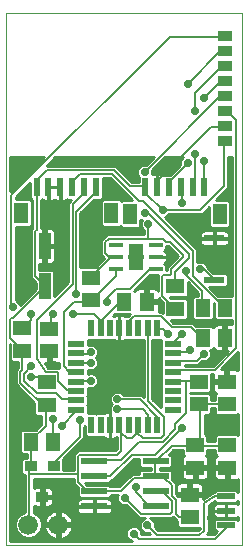
<source format=gtl>
G75*
%MOIN*%
%OFA0B0*%
%FSLAX25Y25*%
%IPPOS*%
%LPD*%
%AMOC8*
5,1,8,0,0,1.08239X$1,22.5*
%
%ADD10C,0.00000*%
%ADD11R,0.02362X0.06102*%
%ADD12R,0.04724X0.07087*%
%ADD13R,0.05118X0.05906*%
%ADD14R,0.05906X0.05118*%
%ADD15R,0.06693X0.02362*%
%ADD16R,0.05000X0.03543*%
%ADD17R,0.02000X0.05800*%
%ADD18R,0.05800X0.02000*%
%ADD19R,0.08661X0.02362*%
%ADD20R,0.03937X0.03543*%
%ADD21R,0.03937X0.09055*%
%ADD22C,0.06600*%
%ADD23R,0.04756X0.01575*%
%ADD24R,0.04921X0.08858*%
%ADD25R,0.05906X0.01969*%
%ADD26C,0.01000*%
%ADD27C,0.00600*%
%ADD28C,0.02800*%
%ADD29C,0.02781*%
D10*
X0002650Y0001686D02*
X0002650Y0178852D01*
X0081390Y0178852D01*
X0081364Y0001657D01*
X0002650Y0001686D01*
D11*
X0012903Y0120846D03*
X0016840Y0120846D03*
X0020777Y0120846D03*
X0024714Y0120846D03*
X0028651Y0120846D03*
X0032588Y0120846D03*
X0049146Y0120742D03*
X0053083Y0120742D03*
X0057020Y0120742D03*
X0060957Y0120742D03*
X0064894Y0120742D03*
X0068831Y0120742D03*
D12*
X0073949Y0111982D03*
X0044028Y0111982D03*
X0037706Y0112086D03*
X0007785Y0112086D03*
D13*
X0042073Y0082652D03*
X0049553Y0082652D03*
X0068195Y0080596D03*
X0075675Y0080596D03*
X0075677Y0070660D03*
X0068197Y0070660D03*
X0018432Y0035996D03*
X0010952Y0035996D03*
D14*
X0016194Y0048302D03*
X0016194Y0055782D03*
X0017070Y0066201D03*
X0008134Y0066276D03*
X0008134Y0073757D03*
X0017070Y0073681D03*
X0031097Y0083161D03*
X0031097Y0090641D03*
X0059130Y0087735D03*
X0059130Y0080254D03*
X0066988Y0055943D03*
X0076238Y0056024D03*
X0076238Y0048543D03*
X0066988Y0048463D03*
X0065697Y0034837D03*
X0076425Y0034827D03*
X0076425Y0027347D03*
X0065697Y0027357D03*
X0063880Y0018334D03*
X0063880Y0010854D03*
D15*
X0072153Y0089994D03*
X0072153Y0103774D03*
D16*
X0075719Y0136234D03*
X0075719Y0141234D03*
X0075719Y0146234D03*
X0075719Y0151234D03*
X0075719Y0156234D03*
X0075719Y0161234D03*
X0075719Y0166234D03*
X0075719Y0171234D03*
D17*
X0053102Y0073857D03*
X0050002Y0073857D03*
X0046802Y0073857D03*
X0043702Y0073857D03*
X0040502Y0073857D03*
X0037402Y0073857D03*
X0034202Y0073857D03*
X0031102Y0073857D03*
X0031102Y0041457D03*
X0034202Y0041457D03*
X0037402Y0041457D03*
X0040502Y0041457D03*
X0043702Y0041457D03*
X0046802Y0041457D03*
X0050002Y0041457D03*
X0053102Y0041457D03*
D18*
X0058302Y0046657D03*
X0058302Y0049757D03*
X0058302Y0052957D03*
X0058302Y0056057D03*
X0058302Y0059257D03*
X0058302Y0062357D03*
X0058302Y0065557D03*
X0058302Y0068657D03*
X0025902Y0068657D03*
X0025902Y0065557D03*
X0025902Y0062357D03*
X0025902Y0059257D03*
X0025902Y0056057D03*
X0025902Y0052957D03*
X0025902Y0049757D03*
X0025902Y0046657D03*
D19*
X0032099Y0029423D03*
X0032099Y0024423D03*
X0032099Y0019423D03*
X0032099Y0014423D03*
X0052571Y0014423D03*
X0052571Y0019423D03*
X0052571Y0024423D03*
X0052571Y0029423D03*
D20*
X0018757Y0027809D03*
X0010883Y0027809D03*
X0014820Y0017573D03*
D21*
X0015593Y0087754D03*
X0015593Y0101239D03*
D22*
X0020126Y0008304D03*
X0010126Y0008304D03*
D23*
X0039512Y0093587D03*
X0039512Y0097524D03*
X0039512Y0101461D03*
X0052536Y0101461D03*
X0052536Y0097524D03*
X0052536Y0093587D03*
D24*
X0046024Y0097524D03*
D25*
X0076074Y0017737D03*
X0076074Y0013013D03*
X0076074Y0008288D03*
D26*
X0076074Y0010528D02*
X0072924Y0010528D01*
X0072543Y0010631D01*
X0072201Y0010828D01*
X0071921Y0011107D01*
X0071724Y0011449D01*
X0071622Y0011831D01*
X0071622Y0013013D01*
X0076074Y0013013D01*
X0076074Y0013013D01*
X0076074Y0015497D01*
X0072924Y0015497D01*
X0072543Y0015395D01*
X0072201Y0015197D01*
X0071921Y0014918D01*
X0071724Y0014576D01*
X0071622Y0014194D01*
X0071622Y0013013D01*
X0076074Y0013013D01*
X0076074Y0013013D01*
X0076074Y0015497D01*
X0079225Y0015497D01*
X0079606Y0015395D01*
X0079948Y0015197D01*
X0080066Y0015080D01*
X0080066Y0016236D01*
X0079483Y0015653D01*
X0072666Y0015653D01*
X0072241Y0016077D01*
X0070186Y0014786D01*
X0070221Y0006679D01*
X0072191Y0006679D01*
X0072022Y0006848D02*
X0072666Y0006204D01*
X0073036Y0006204D01*
X0071925Y0005093D01*
X0069639Y0005093D01*
X0069713Y0005168D01*
X0070075Y0005405D01*
X0070109Y0005567D01*
X0070225Y0005685D01*
X0070223Y0006117D01*
X0070311Y0006540D01*
X0070221Y0006679D01*
X0070216Y0007677D02*
X0072022Y0007677D01*
X0072022Y0006848D02*
X0072022Y0009728D01*
X0072666Y0010372D01*
X0079483Y0010372D01*
X0080065Y0009791D01*
X0080065Y0010945D01*
X0079948Y0010828D01*
X0079606Y0010631D01*
X0079225Y0010528D01*
X0076074Y0010528D01*
X0076074Y0013013D01*
X0076074Y0013013D01*
X0076074Y0010528D01*
X0076074Y0010673D02*
X0076074Y0010673D01*
X0076074Y0011672D02*
X0076074Y0011672D01*
X0076074Y0012670D02*
X0076074Y0012670D01*
X0076074Y0013669D02*
X0076074Y0013669D01*
X0076074Y0014667D02*
X0076074Y0014667D01*
X0072653Y0015666D02*
X0071586Y0015666D01*
X0071777Y0014667D02*
X0070186Y0014667D01*
X0070191Y0013669D02*
X0071622Y0013669D01*
X0071622Y0012670D02*
X0070195Y0012670D01*
X0070199Y0011672D02*
X0071664Y0011672D01*
X0072469Y0010673D02*
X0070203Y0010673D01*
X0070208Y0009674D02*
X0072022Y0009674D01*
X0072022Y0008676D02*
X0070212Y0008676D01*
X0070221Y0005680D02*
X0072512Y0005680D01*
X0067419Y0007013D02*
X0066535Y0006434D01*
X0053485Y0006397D01*
X0052270Y0007611D01*
X0052277Y0007627D01*
X0052277Y0008622D01*
X0051896Y0009541D01*
X0051193Y0010244D01*
X0050607Y0010486D01*
X0057830Y0010486D01*
X0058311Y0010968D01*
X0058903Y0010376D01*
X0058903Y0010376D01*
X0059723Y0009556D01*
X0059827Y0009556D01*
X0059827Y0007839D01*
X0060471Y0007195D01*
X0067288Y0007195D01*
X0067418Y0007325D01*
X0067419Y0007013D01*
X0066909Y0006679D02*
X0053202Y0006679D01*
X0052277Y0007677D02*
X0059989Y0007677D01*
X0059827Y0008676D02*
X0052254Y0008676D01*
X0051762Y0009674D02*
X0059605Y0009674D01*
X0058606Y0010673D02*
X0058016Y0010673D01*
X0048946Y0010486D02*
X0048361Y0010244D01*
X0047657Y0009541D01*
X0047277Y0008622D01*
X0047277Y0007627D01*
X0047657Y0006708D01*
X0048361Y0006005D01*
X0049280Y0005624D01*
X0050274Y0005624D01*
X0050290Y0005631D01*
X0050828Y0005093D01*
X0047765Y0005093D01*
X0047765Y0005863D01*
X0047384Y0006781D01*
X0046681Y0007485D01*
X0045762Y0007865D01*
X0044767Y0007865D01*
X0043849Y0007485D01*
X0043145Y0006781D01*
X0042765Y0005863D01*
X0042765Y0004868D01*
X0043145Y0003949D01*
X0043849Y0003246D01*
X0044513Y0002971D01*
X0003950Y0002986D01*
X0003950Y0068607D01*
X0004081Y0068476D01*
X0004081Y0063262D01*
X0004725Y0062617D01*
X0006650Y0062617D01*
X0006650Y0060466D01*
X0006050Y0059866D01*
X0006050Y0055106D01*
X0012141Y0049015D01*
X0012141Y0045287D01*
X0012785Y0044643D01*
X0014450Y0044643D01*
X0014450Y0041866D01*
X0012632Y0040049D01*
X0007937Y0040049D01*
X0007293Y0039404D01*
X0007293Y0032587D01*
X0007937Y0031943D01*
X0009650Y0031943D01*
X0009650Y0030681D01*
X0008459Y0030681D01*
X0007814Y0030037D01*
X0007814Y0025582D01*
X0008459Y0024938D01*
X0009050Y0024938D01*
X0009050Y0012621D01*
X0007633Y0012034D01*
X0006395Y0010796D01*
X0005726Y0009179D01*
X0005726Y0007429D01*
X0006395Y0005812D01*
X0007633Y0004574D01*
X0009250Y0003904D01*
X0011001Y0003904D01*
X0012618Y0004574D01*
X0013856Y0005812D01*
X0014526Y0007429D01*
X0014526Y0009179D01*
X0013856Y0010796D01*
X0012618Y0012034D01*
X0011850Y0012352D01*
X0011850Y0014682D01*
X0011930Y0014601D01*
X0012272Y0014404D01*
X0012654Y0014301D01*
X0014434Y0014301D01*
X0014434Y0017187D01*
X0015206Y0017187D01*
X0015206Y0017959D01*
X0018288Y0017959D01*
X0018288Y0019542D01*
X0018186Y0019924D01*
X0017989Y0020266D01*
X0017709Y0020545D01*
X0017367Y0020743D01*
X0016986Y0020845D01*
X0015206Y0020845D01*
X0015206Y0017959D01*
X0014434Y0017959D01*
X0014434Y0020845D01*
X0012654Y0020845D01*
X0012272Y0020743D01*
X0011930Y0020545D01*
X0011850Y0020465D01*
X0011850Y0023686D01*
X0025250Y0023686D01*
X0025250Y0022106D01*
X0026668Y0020688D01*
X0026668Y0017786D01*
X0027312Y0017142D01*
X0036885Y0017142D01*
X0037530Y0017786D01*
X0037530Y0018286D01*
X0039958Y0018286D01*
X0039750Y0017784D01*
X0039750Y0016789D01*
X0040131Y0015870D01*
X0040834Y0015167D01*
X0041753Y0014786D01*
X0042747Y0014786D01*
X0042763Y0014793D01*
X0047070Y0010486D01*
X0048946Y0010486D01*
X0047791Y0009674D02*
X0024727Y0009674D01*
X0024807Y0009428D02*
X0024574Y0010146D01*
X0024231Y0010820D01*
X0023787Y0011431D01*
X0023253Y0011965D01*
X0022641Y0012409D01*
X0021968Y0012752D01*
X0021250Y0012986D01*
X0020626Y0013085D01*
X0020626Y0008804D01*
X0024906Y0008804D01*
X0024807Y0009428D01*
X0024306Y0010673D02*
X0046883Y0010673D01*
X0045885Y0011672D02*
X0023546Y0011672D01*
X0022130Y0012670D02*
X0026368Y0012670D01*
X0026370Y0012663D02*
X0026568Y0012320D01*
X0026847Y0012041D01*
X0027189Y0011844D01*
X0027571Y0011742D01*
X0032008Y0011741D01*
X0032008Y0014332D01*
X0026268Y0014332D01*
X0026268Y0013044D01*
X0026370Y0012663D01*
X0026268Y0013669D02*
X0011850Y0013669D01*
X0011850Y0014667D02*
X0011865Y0014667D01*
X0011850Y0012670D02*
X0018122Y0012670D01*
X0018283Y0012752D02*
X0017610Y0012409D01*
X0016999Y0011965D01*
X0016464Y0011431D01*
X0016020Y0010820D01*
X0015677Y0010146D01*
X0015444Y0009428D01*
X0015345Y0008804D01*
X0019626Y0008804D01*
X0019626Y0013085D01*
X0019002Y0012986D01*
X0018283Y0012752D01*
X0019626Y0012670D02*
X0020626Y0012670D01*
X0020626Y0011672D02*
X0019626Y0011672D01*
X0019626Y0010673D02*
X0020626Y0010673D01*
X0020626Y0009674D02*
X0019626Y0009674D01*
X0019626Y0008804D02*
X0020626Y0008804D01*
X0020626Y0007804D01*
X0024906Y0007804D01*
X0024807Y0007180D01*
X0024574Y0006461D01*
X0024231Y0005788D01*
X0023787Y0005177D01*
X0023253Y0004643D01*
X0022641Y0004199D01*
X0021968Y0003856D01*
X0021250Y0003622D01*
X0020626Y0003523D01*
X0020626Y0007804D01*
X0019626Y0007804D01*
X0019626Y0003523D01*
X0019002Y0003622D01*
X0018283Y0003856D01*
X0017610Y0004199D01*
X0016999Y0004643D01*
X0016464Y0005177D01*
X0016020Y0005788D01*
X0015677Y0006461D01*
X0015444Y0007180D01*
X0015345Y0007804D01*
X0019626Y0007804D01*
X0019626Y0008804D01*
X0019626Y0008676D02*
X0014526Y0008676D01*
X0014526Y0007677D02*
X0015365Y0007677D01*
X0015607Y0006679D02*
X0014215Y0006679D01*
X0013725Y0005680D02*
X0016099Y0005680D01*
X0016959Y0004682D02*
X0012726Y0004682D01*
X0018813Y0003683D02*
X0003950Y0003683D01*
X0003950Y0004682D02*
X0007525Y0004682D01*
X0006527Y0005680D02*
X0003950Y0005680D01*
X0003950Y0006679D02*
X0006036Y0006679D01*
X0005726Y0007677D02*
X0003950Y0007677D01*
X0003950Y0008676D02*
X0005726Y0008676D01*
X0005931Y0009674D02*
X0003950Y0009674D01*
X0003950Y0010673D02*
X0006344Y0010673D01*
X0007271Y0011672D02*
X0003950Y0011672D01*
X0003950Y0012670D02*
X0009050Y0012670D01*
X0009050Y0013669D02*
X0003950Y0013669D01*
X0003950Y0014667D02*
X0009050Y0014667D01*
X0009050Y0015666D02*
X0003950Y0015666D01*
X0003950Y0016664D02*
X0009050Y0016664D01*
X0009050Y0017663D02*
X0003950Y0017663D01*
X0003950Y0018661D02*
X0009050Y0018661D01*
X0009050Y0019660D02*
X0003950Y0019660D01*
X0003950Y0020658D02*
X0009050Y0020658D01*
X0009050Y0021657D02*
X0003950Y0021657D01*
X0003950Y0022655D02*
X0009050Y0022655D01*
X0009050Y0023654D02*
X0003950Y0023654D01*
X0003950Y0024652D02*
X0009050Y0024652D01*
X0007814Y0025651D02*
X0003950Y0025651D01*
X0003950Y0026649D02*
X0007814Y0026649D01*
X0007814Y0027648D02*
X0003950Y0027648D01*
X0003950Y0028646D02*
X0007814Y0028646D01*
X0007814Y0029645D02*
X0003950Y0029645D01*
X0003950Y0030643D02*
X0008421Y0030643D01*
X0009650Y0031642D02*
X0003950Y0031642D01*
X0003950Y0032640D02*
X0007293Y0032640D01*
X0007293Y0033639D02*
X0003950Y0033639D01*
X0003950Y0034637D02*
X0007293Y0034637D01*
X0007293Y0035636D02*
X0003950Y0035636D01*
X0003950Y0036634D02*
X0007293Y0036634D01*
X0007293Y0037633D02*
X0003950Y0037633D01*
X0003950Y0038631D02*
X0007293Y0038631D01*
X0007518Y0039630D02*
X0003950Y0039630D01*
X0003950Y0040628D02*
X0013212Y0040628D01*
X0014211Y0041627D02*
X0003950Y0041627D01*
X0003950Y0042625D02*
X0014450Y0042625D01*
X0014450Y0043624D02*
X0003950Y0043624D01*
X0003950Y0044622D02*
X0014450Y0044622D01*
X0012141Y0045621D02*
X0003950Y0045621D01*
X0003950Y0046619D02*
X0012141Y0046619D01*
X0012141Y0047618D02*
X0003950Y0047618D01*
X0003950Y0048616D02*
X0012141Y0048616D01*
X0011542Y0049615D02*
X0003950Y0049615D01*
X0003950Y0050613D02*
X0010543Y0050613D01*
X0009545Y0051612D02*
X0003950Y0051612D01*
X0003950Y0052610D02*
X0008546Y0052610D01*
X0007548Y0053609D02*
X0003950Y0053609D01*
X0003950Y0054607D02*
X0006549Y0054607D01*
X0006050Y0055606D02*
X0003950Y0055606D01*
X0003950Y0056605D02*
X0006050Y0056605D01*
X0006050Y0057603D02*
X0003950Y0057603D01*
X0003950Y0058602D02*
X0006050Y0058602D01*
X0006050Y0059600D02*
X0003950Y0059600D01*
X0003950Y0060599D02*
X0006650Y0060599D01*
X0006650Y0061597D02*
X0003950Y0061597D01*
X0003950Y0062596D02*
X0006650Y0062596D01*
X0004081Y0063594D02*
X0003950Y0063594D01*
X0003950Y0064593D02*
X0004081Y0064593D01*
X0004081Y0065591D02*
X0003950Y0065591D01*
X0003950Y0066590D02*
X0004081Y0066590D01*
X0004081Y0067588D02*
X0003950Y0067588D01*
X0003950Y0068587D02*
X0003970Y0068587D01*
X0016570Y0065701D02*
X0016570Y0062142D01*
X0015629Y0062142D01*
X0016750Y0060666D01*
X0019050Y0060666D01*
X0019480Y0060670D01*
X0019488Y0060677D01*
X0020058Y0060674D01*
X0020450Y0060678D01*
X0020450Y0062203D01*
X0020220Y0062142D01*
X0017570Y0062142D01*
X0017570Y0065701D01*
X0016570Y0065701D01*
X0016570Y0065591D02*
X0017570Y0065591D01*
X0017570Y0064593D02*
X0016570Y0064593D01*
X0016570Y0063594D02*
X0017570Y0063594D01*
X0017570Y0062596D02*
X0016570Y0062596D01*
X0016043Y0061597D02*
X0020450Y0061597D01*
X0029902Y0059973D02*
X0029902Y0058600D01*
X0030353Y0058786D01*
X0031347Y0058786D01*
X0032266Y0058406D01*
X0032969Y0057703D01*
X0033350Y0056784D01*
X0033350Y0055789D01*
X0032969Y0054870D01*
X0032266Y0054167D01*
X0031347Y0053786D01*
X0030353Y0053786D01*
X0029902Y0053973D01*
X0029902Y0051501D01*
X0029758Y0051357D01*
X0029902Y0051213D01*
X0029902Y0048301D01*
X0029808Y0048207D01*
X0029902Y0048113D01*
X0029902Y0045457D01*
X0032558Y0045457D01*
X0032652Y0045363D01*
X0032746Y0045457D01*
X0035381Y0045457D01*
X0035481Y0045557D01*
X0035823Y0045755D01*
X0036204Y0045857D01*
X0037402Y0045857D01*
X0037402Y0041457D01*
X0037402Y0037057D01*
X0038599Y0037057D01*
X0038981Y0037159D01*
X0039323Y0037357D01*
X0039423Y0037457D01*
X0039650Y0037457D01*
X0039650Y0033621D01*
X0039122Y0033094D01*
X0033277Y0033094D01*
X0033270Y0033086D01*
X0026670Y0033086D01*
X0026070Y0032486D01*
X0025250Y0031666D01*
X0025250Y0026486D01*
X0021825Y0026486D01*
X0021825Y0030037D01*
X0021703Y0030159D01*
X0027830Y0036286D01*
X0028650Y0037106D01*
X0028650Y0040960D01*
X0028666Y0040967D01*
X0029002Y0041303D01*
X0029002Y0038101D01*
X0029646Y0037457D01*
X0032558Y0037457D01*
X0032652Y0037551D01*
X0032746Y0037457D01*
X0035381Y0037457D01*
X0035481Y0037357D01*
X0035823Y0037159D01*
X0036204Y0037057D01*
X0037402Y0037057D01*
X0037402Y0041457D01*
X0037402Y0041457D01*
X0037402Y0041457D01*
X0037402Y0045857D01*
X0037473Y0045857D01*
X0037304Y0046266D01*
X0037304Y0047261D01*
X0037684Y0048180D01*
X0037992Y0048488D01*
X0037714Y0048766D01*
X0037334Y0049685D01*
X0037334Y0050679D01*
X0037714Y0051598D01*
X0038418Y0052301D01*
X0039337Y0052682D01*
X0040331Y0052682D01*
X0041250Y0052301D01*
X0041953Y0051598D01*
X0041957Y0051590D01*
X0046646Y0051608D01*
X0046651Y0051613D01*
X0047224Y0051610D01*
X0047798Y0051612D01*
X0047803Y0051607D01*
X0047810Y0051607D01*
X0048214Y0051200D01*
X0048622Y0050795D01*
X0048622Y0050788D01*
X0048650Y0050760D01*
X0048650Y0069857D01*
X0048546Y0069857D01*
X0048402Y0070001D01*
X0048258Y0069857D01*
X0045346Y0069857D01*
X0045252Y0069951D01*
X0045158Y0069857D01*
X0042523Y0069857D01*
X0042423Y0069757D01*
X0042081Y0069559D01*
X0041699Y0069457D01*
X0040502Y0069457D01*
X0040502Y0073857D01*
X0040502Y0073857D01*
X0040502Y0069457D01*
X0039304Y0069457D01*
X0038923Y0069559D01*
X0038581Y0069757D01*
X0038481Y0069857D01*
X0035946Y0069857D01*
X0035802Y0070001D01*
X0035658Y0069857D01*
X0032746Y0069857D01*
X0032652Y0069951D01*
X0032558Y0069857D01*
X0029902Y0069857D01*
X0029902Y0068200D01*
X0030353Y0068386D01*
X0031347Y0068386D01*
X0032266Y0068006D01*
X0032969Y0067303D01*
X0033350Y0066384D01*
X0033350Y0065389D01*
X0032969Y0064470D01*
X0032586Y0064086D01*
X0032969Y0063703D01*
X0033350Y0062784D01*
X0033350Y0061789D01*
X0032969Y0060870D01*
X0032266Y0060167D01*
X0031347Y0059786D01*
X0030353Y0059786D01*
X0029902Y0059973D01*
X0029902Y0059600D02*
X0048650Y0059600D01*
X0048650Y0058602D02*
X0031794Y0058602D01*
X0033011Y0057603D02*
X0048650Y0057603D01*
X0048650Y0056605D02*
X0033350Y0056605D01*
X0033274Y0055606D02*
X0048650Y0055606D01*
X0048650Y0054607D02*
X0032707Y0054607D01*
X0029902Y0053609D02*
X0048650Y0053609D01*
X0048650Y0052610D02*
X0040504Y0052610D01*
X0039164Y0052610D02*
X0029902Y0052610D01*
X0029902Y0051612D02*
X0037728Y0051612D01*
X0037334Y0050613D02*
X0029902Y0050613D01*
X0029902Y0049615D02*
X0037363Y0049615D01*
X0037864Y0048616D02*
X0029902Y0048616D01*
X0029902Y0047618D02*
X0037451Y0047618D01*
X0037304Y0046619D02*
X0029902Y0046619D01*
X0029902Y0045621D02*
X0035591Y0045621D01*
X0037402Y0045621D02*
X0037402Y0045621D01*
X0037402Y0044622D02*
X0037402Y0044622D01*
X0037402Y0043624D02*
X0037402Y0043624D01*
X0037402Y0042625D02*
X0037402Y0042625D01*
X0037402Y0041627D02*
X0037402Y0041627D01*
X0037402Y0040628D02*
X0037402Y0040628D01*
X0037402Y0039630D02*
X0037402Y0039630D01*
X0037402Y0038631D02*
X0037402Y0038631D01*
X0037402Y0037633D02*
X0037402Y0037633D01*
X0039650Y0036634D02*
X0028178Y0036634D01*
X0028650Y0037633D02*
X0029471Y0037633D01*
X0029002Y0038631D02*
X0028650Y0038631D01*
X0028650Y0039630D02*
X0029002Y0039630D01*
X0029002Y0040628D02*
X0028650Y0040628D01*
X0027179Y0035636D02*
X0039650Y0035636D01*
X0039650Y0034637D02*
X0026181Y0034637D01*
X0025182Y0033639D02*
X0039650Y0033639D01*
X0045230Y0030286D02*
X0047141Y0030286D01*
X0047141Y0027786D01*
X0047785Y0027142D01*
X0051050Y0027142D01*
X0051050Y0026704D01*
X0047785Y0026704D01*
X0047141Y0026059D01*
X0047141Y0025286D01*
X0044670Y0025286D01*
X0043850Y0024466D01*
X0040470Y0021086D01*
X0037502Y0021086D01*
X0036885Y0021704D01*
X0029613Y0021704D01*
X0029175Y0022142D01*
X0036885Y0022142D01*
X0037530Y0022786D01*
X0037530Y0023086D01*
X0038030Y0023086D01*
X0038850Y0023906D01*
X0045230Y0030286D01*
X0044588Y0029645D02*
X0047141Y0029645D01*
X0047141Y0028646D02*
X0043590Y0028646D01*
X0042591Y0027648D02*
X0047279Y0027648D01*
X0047730Y0026649D02*
X0041593Y0026649D01*
X0040594Y0025651D02*
X0047141Y0025651D01*
X0044036Y0024652D02*
X0039596Y0024652D01*
X0038597Y0023654D02*
X0043037Y0023654D01*
X0042039Y0022655D02*
X0037399Y0022655D01*
X0036932Y0021657D02*
X0041040Y0021657D01*
X0039750Y0017663D02*
X0037406Y0017663D01*
X0037009Y0017001D02*
X0036627Y0017104D01*
X0032189Y0017104D01*
X0032189Y0014513D01*
X0032008Y0014513D01*
X0032008Y0014332D01*
X0032189Y0014332D01*
X0032189Y0011742D01*
X0036627Y0011742D01*
X0037009Y0011844D01*
X0037351Y0012041D01*
X0037630Y0012320D01*
X0037827Y0012663D01*
X0037930Y0013044D01*
X0037930Y0014332D01*
X0032189Y0014332D01*
X0032189Y0014513D01*
X0037930Y0014513D01*
X0037930Y0015801D01*
X0037827Y0016183D01*
X0037630Y0016525D01*
X0037351Y0016804D01*
X0037009Y0017001D01*
X0037490Y0016664D02*
X0039802Y0016664D01*
X0040335Y0015666D02*
X0037930Y0015666D01*
X0037930Y0014667D02*
X0042889Y0014667D01*
X0043888Y0013669D02*
X0037930Y0013669D01*
X0037829Y0012670D02*
X0044886Y0012670D01*
X0047299Y0008676D02*
X0020626Y0008676D01*
X0020626Y0007677D02*
X0019626Y0007677D01*
X0019626Y0006679D02*
X0020626Y0006679D01*
X0020626Y0005680D02*
X0019626Y0005680D01*
X0019626Y0004682D02*
X0020626Y0004682D01*
X0020626Y0003683D02*
X0019626Y0003683D01*
X0021438Y0003683D02*
X0043411Y0003683D01*
X0042842Y0004682D02*
X0023292Y0004682D01*
X0024153Y0005680D02*
X0042765Y0005680D01*
X0043103Y0006679D02*
X0024645Y0006679D01*
X0024886Y0007677D02*
X0044314Y0007677D01*
X0046215Y0007677D02*
X0047277Y0007677D01*
X0047427Y0006679D02*
X0047687Y0006679D01*
X0047765Y0005680D02*
X0049144Y0005680D01*
X0032189Y0012670D02*
X0032008Y0012670D01*
X0032008Y0013669D02*
X0032189Y0013669D01*
X0032008Y0014513D02*
X0026268Y0014513D01*
X0026268Y0015801D01*
X0026370Y0016183D01*
X0026568Y0016525D01*
X0026847Y0016804D01*
X0027189Y0017001D01*
X0027571Y0017104D01*
X0032008Y0017104D01*
X0032008Y0014513D01*
X0032008Y0014667D02*
X0032189Y0014667D01*
X0032189Y0015666D02*
X0032008Y0015666D01*
X0032008Y0016664D02*
X0032189Y0016664D01*
X0026707Y0016664D02*
X0018288Y0016664D01*
X0018288Y0017187D02*
X0018288Y0015604D01*
X0018186Y0015222D01*
X0017989Y0014880D01*
X0017709Y0014601D01*
X0017367Y0014404D01*
X0016986Y0014301D01*
X0015206Y0014301D01*
X0015206Y0017187D01*
X0018288Y0017187D01*
X0018288Y0018661D02*
X0026668Y0018661D01*
X0026668Y0019660D02*
X0018257Y0019660D01*
X0017514Y0020658D02*
X0026668Y0020658D01*
X0025700Y0021657D02*
X0011850Y0021657D01*
X0011850Y0022655D02*
X0025250Y0022655D01*
X0025250Y0023654D02*
X0011850Y0023654D01*
X0011850Y0020658D02*
X0012126Y0020658D01*
X0014434Y0020658D02*
X0015206Y0020658D01*
X0015206Y0019660D02*
X0014434Y0019660D01*
X0014434Y0018661D02*
X0015206Y0018661D01*
X0015206Y0017663D02*
X0026791Y0017663D01*
X0026268Y0015666D02*
X0018288Y0015666D01*
X0017775Y0014667D02*
X0026268Y0014667D01*
X0016705Y0011672D02*
X0012981Y0011672D01*
X0013907Y0010673D02*
X0015946Y0010673D01*
X0015524Y0009674D02*
X0014320Y0009674D01*
X0014434Y0014667D02*
X0015206Y0014667D01*
X0015206Y0015666D02*
X0014434Y0015666D01*
X0014434Y0016664D02*
X0015206Y0016664D01*
X0021825Y0026649D02*
X0025250Y0026649D01*
X0025250Y0027648D02*
X0021825Y0027648D01*
X0021825Y0028646D02*
X0025250Y0028646D01*
X0025250Y0029645D02*
X0021825Y0029645D01*
X0022187Y0030643D02*
X0025250Y0030643D01*
X0025250Y0031642D02*
X0023185Y0031642D01*
X0024184Y0032640D02*
X0026224Y0032640D01*
X0053850Y0027142D02*
X0057358Y0027142D01*
X0058002Y0027786D01*
X0058002Y0031059D01*
X0057358Y0031704D01*
X0056847Y0031704D01*
X0058430Y0033286D01*
X0061644Y0033286D01*
X0061644Y0031822D01*
X0062157Y0031309D01*
X0061823Y0031116D01*
X0061544Y0030837D01*
X0061346Y0030495D01*
X0061244Y0030113D01*
X0061244Y0027856D01*
X0065197Y0027856D01*
X0065197Y0026857D01*
X0061244Y0026857D01*
X0061244Y0024600D01*
X0061346Y0024218D01*
X0061544Y0023876D01*
X0061823Y0023597D01*
X0062165Y0023400D01*
X0062546Y0023297D01*
X0065197Y0023297D01*
X0065197Y0026856D01*
X0066197Y0026856D01*
X0066197Y0023297D01*
X0068847Y0023297D01*
X0069228Y0023400D01*
X0069570Y0023597D01*
X0069850Y0023876D01*
X0070047Y0024218D01*
X0070149Y0024600D01*
X0070149Y0026857D01*
X0066197Y0026857D01*
X0066197Y0027856D01*
X0070149Y0027856D01*
X0070149Y0030113D01*
X0070047Y0030495D01*
X0069850Y0030837D01*
X0069570Y0031116D01*
X0069236Y0031309D01*
X0069749Y0031822D01*
X0069749Y0033286D01*
X0072372Y0033286D01*
X0072372Y0031813D01*
X0072886Y0031299D01*
X0072551Y0031106D01*
X0072272Y0030827D01*
X0072074Y0030485D01*
X0071972Y0030104D01*
X0071972Y0027847D01*
X0075925Y0027847D01*
X0075925Y0026847D01*
X0076925Y0026847D01*
X0076925Y0023288D01*
X0079575Y0023288D01*
X0079957Y0023390D01*
X0080067Y0023454D01*
X0080066Y0019238D01*
X0079483Y0019821D01*
X0072666Y0019821D01*
X0072061Y0019216D01*
X0071997Y0019231D01*
X0071848Y0019137D01*
X0071671Y0019137D01*
X0071373Y0018839D01*
X0068376Y0016955D01*
X0068332Y0016955D01*
X0068332Y0017834D01*
X0064380Y0017834D01*
X0064380Y0018834D01*
X0068332Y0018834D01*
X0068332Y0021091D01*
X0068230Y0021472D01*
X0068033Y0021815D01*
X0067753Y0022094D01*
X0067411Y0022291D01*
X0067030Y0022393D01*
X0064379Y0022393D01*
X0064379Y0018834D01*
X0063380Y0018834D01*
X0063380Y0022393D01*
X0060729Y0022393D01*
X0060348Y0022291D01*
X0060006Y0022094D01*
X0059726Y0021815D01*
X0059529Y0021472D01*
X0059427Y0021091D01*
X0059427Y0018834D01*
X0063379Y0018834D01*
X0063379Y0017834D01*
X0059959Y0017834D01*
X0059250Y0018543D01*
X0059250Y0022066D01*
X0058002Y0023314D01*
X0058002Y0026059D01*
X0057358Y0026704D01*
X0053850Y0026704D01*
X0053850Y0027142D01*
X0057412Y0026649D02*
X0061244Y0026649D01*
X0061244Y0025651D02*
X0058002Y0025651D01*
X0058002Y0024652D02*
X0061244Y0024652D01*
X0061766Y0023654D02*
X0058002Y0023654D01*
X0058661Y0022655D02*
X0080067Y0022655D01*
X0080067Y0021657D02*
X0068124Y0021657D01*
X0068332Y0020658D02*
X0080066Y0020658D01*
X0080066Y0019660D02*
X0079645Y0019660D01*
X0072504Y0019660D02*
X0068332Y0019660D01*
X0068332Y0017663D02*
X0069501Y0017663D01*
X0071090Y0018661D02*
X0064380Y0018661D01*
X0064379Y0019660D02*
X0063380Y0019660D01*
X0063380Y0020658D02*
X0064379Y0020658D01*
X0064379Y0021657D02*
X0063380Y0021657D01*
X0065197Y0023654D02*
X0066197Y0023654D01*
X0066197Y0024652D02*
X0065197Y0024652D01*
X0065197Y0025651D02*
X0066197Y0025651D01*
X0066197Y0026649D02*
X0065197Y0026649D01*
X0065197Y0027648D02*
X0057864Y0027648D01*
X0058002Y0028646D02*
X0061244Y0028646D01*
X0061244Y0029645D02*
X0058002Y0029645D01*
X0058002Y0030643D02*
X0061432Y0030643D01*
X0061824Y0031642D02*
X0057420Y0031642D01*
X0057784Y0032640D02*
X0061644Y0032640D01*
X0069569Y0031642D02*
X0072543Y0031642D01*
X0072372Y0032640D02*
X0069749Y0032640D01*
X0069961Y0030643D02*
X0072166Y0030643D01*
X0071972Y0029645D02*
X0070149Y0029645D01*
X0070149Y0028646D02*
X0071972Y0028646D01*
X0071972Y0026847D02*
X0071972Y0024591D01*
X0072074Y0024209D01*
X0072272Y0023867D01*
X0072551Y0023588D01*
X0072893Y0023390D01*
X0073275Y0023288D01*
X0075925Y0023288D01*
X0075925Y0026847D01*
X0071972Y0026847D01*
X0071972Y0026649D02*
X0070149Y0026649D01*
X0070149Y0025651D02*
X0071972Y0025651D01*
X0071972Y0024652D02*
X0070149Y0024652D01*
X0069627Y0023654D02*
X0072485Y0023654D01*
X0075925Y0023654D02*
X0076925Y0023654D01*
X0076925Y0024652D02*
X0075925Y0024652D01*
X0075925Y0025651D02*
X0076925Y0025651D01*
X0076925Y0026649D02*
X0075925Y0026649D01*
X0075925Y0027648D02*
X0066197Y0027648D01*
X0059635Y0021657D02*
X0059250Y0021657D01*
X0059250Y0020658D02*
X0059427Y0020658D01*
X0059427Y0019660D02*
X0059250Y0019660D01*
X0059250Y0018661D02*
X0063379Y0018661D01*
X0079496Y0015666D02*
X0080066Y0015666D01*
X0080065Y0010673D02*
X0079680Y0010673D01*
X0072372Y0036086D02*
X0069749Y0036086D01*
X0069749Y0037852D01*
X0069105Y0038496D01*
X0068850Y0038496D01*
X0068850Y0044804D01*
X0070397Y0044804D01*
X0071041Y0045448D01*
X0071041Y0047086D01*
X0072185Y0047086D01*
X0072185Y0045529D01*
X0072830Y0044884D01*
X0079646Y0044884D01*
X0080070Y0045308D01*
X0080069Y0038251D01*
X0079833Y0038486D01*
X0073017Y0038486D01*
X0072372Y0037842D01*
X0072372Y0036086D01*
X0072372Y0036634D02*
X0069749Y0036634D01*
X0069749Y0037633D02*
X0072372Y0037633D01*
X0068850Y0038631D02*
X0080069Y0038631D01*
X0080069Y0039630D02*
X0068850Y0039630D01*
X0068850Y0040628D02*
X0080069Y0040628D01*
X0080070Y0041627D02*
X0068850Y0041627D01*
X0068850Y0042625D02*
X0080070Y0042625D01*
X0080070Y0043624D02*
X0068850Y0043624D01*
X0068850Y0044622D02*
X0080070Y0044622D01*
X0072185Y0045621D02*
X0071041Y0045621D01*
X0071041Y0046619D02*
X0072185Y0046619D01*
X0072185Y0049886D02*
X0071041Y0049886D01*
X0071041Y0051478D01*
X0070397Y0052122D01*
X0064050Y0052122D01*
X0064050Y0052284D01*
X0070397Y0052284D01*
X0071041Y0052929D01*
X0071041Y0058486D01*
X0071785Y0058486D01*
X0071785Y0056524D01*
X0075738Y0056524D01*
X0075738Y0060083D01*
X0074426Y0060083D01*
X0080073Y0065730D01*
X0080072Y0059806D01*
X0079770Y0059981D01*
X0079388Y0060083D01*
X0076738Y0060083D01*
X0076738Y0056524D01*
X0075738Y0056524D01*
X0075738Y0055524D01*
X0071785Y0055524D01*
X0071785Y0053267D01*
X0071888Y0052886D01*
X0072085Y0052544D01*
X0072364Y0052264D01*
X0072699Y0052071D01*
X0072185Y0051558D01*
X0072185Y0049886D01*
X0072185Y0050613D02*
X0071041Y0050613D01*
X0070907Y0051612D02*
X0072239Y0051612D01*
X0072046Y0052610D02*
X0070723Y0052610D01*
X0071041Y0053609D02*
X0071785Y0053609D01*
X0071785Y0054607D02*
X0071041Y0054607D01*
X0071041Y0055606D02*
X0075738Y0055606D01*
X0075738Y0056605D02*
X0076738Y0056605D01*
X0076738Y0057603D02*
X0075738Y0057603D01*
X0075738Y0058602D02*
X0076738Y0058602D01*
X0076738Y0059600D02*
X0075738Y0059600D01*
X0074942Y0060599D02*
X0080072Y0060599D01*
X0080073Y0061597D02*
X0075941Y0061597D01*
X0076939Y0062596D02*
X0080073Y0062596D01*
X0080073Y0063594D02*
X0077938Y0063594D01*
X0078936Y0064593D02*
X0080073Y0064593D01*
X0080073Y0065591D02*
X0079935Y0065591D01*
X0076591Y0066207D02*
X0071670Y0061286D01*
X0062302Y0061286D01*
X0062302Y0061486D01*
X0066830Y0061486D01*
X0068137Y0062793D01*
X0068153Y0062786D01*
X0069147Y0062786D01*
X0070066Y0063167D01*
X0070769Y0063870D01*
X0071150Y0064789D01*
X0071150Y0065784D01*
X0070809Y0066607D01*
X0071212Y0066607D01*
X0071725Y0067120D01*
X0071918Y0066786D01*
X0072197Y0066507D01*
X0072539Y0066309D01*
X0072921Y0066207D01*
X0075177Y0066207D01*
X0075177Y0070160D01*
X0076177Y0070160D01*
X0076177Y0066207D01*
X0076591Y0066207D01*
X0076177Y0066590D02*
X0075177Y0066590D01*
X0075177Y0067588D02*
X0076177Y0067588D01*
X0076177Y0068587D02*
X0075177Y0068587D01*
X0075177Y0069585D02*
X0076177Y0069585D01*
X0076177Y0071160D02*
X0075177Y0071160D01*
X0075177Y0075112D01*
X0072921Y0075112D01*
X0072539Y0075010D01*
X0072197Y0074813D01*
X0071918Y0074534D01*
X0071725Y0074199D01*
X0071212Y0074712D01*
X0066004Y0074712D01*
X0065030Y0075686D01*
X0058430Y0075686D01*
X0057521Y0076595D01*
X0062538Y0076595D01*
X0063183Y0077240D01*
X0063183Y0083269D01*
X0062538Y0083913D01*
X0057403Y0083913D01*
X0057241Y0084075D01*
X0062538Y0084075D01*
X0063183Y0084720D01*
X0063183Y0089174D01*
X0066650Y0085706D01*
X0066650Y0084649D01*
X0065180Y0084649D01*
X0064536Y0084004D01*
X0064536Y0077188D01*
X0065180Y0076543D01*
X0071210Y0076543D01*
X0071854Y0077188D01*
X0071854Y0082302D01*
X0072016Y0082140D01*
X0072016Y0077188D01*
X0072661Y0076543D01*
X0078050Y0076543D01*
X0078050Y0075112D01*
X0076177Y0075112D01*
X0076177Y0071160D01*
X0076177Y0071582D02*
X0075177Y0071582D01*
X0075177Y0072581D02*
X0076177Y0072581D01*
X0076177Y0073579D02*
X0075177Y0073579D01*
X0075177Y0074578D02*
X0076177Y0074578D01*
X0078050Y0075576D02*
X0065140Y0075576D01*
X0065149Y0076575D02*
X0057542Y0076575D01*
X0055077Y0079039D02*
X0054830Y0079286D01*
X0053555Y0079286D01*
X0053612Y0079502D01*
X0053612Y0082152D01*
X0050053Y0082152D01*
X0050053Y0083152D01*
X0049053Y0083152D01*
X0049053Y0087105D01*
X0046797Y0087105D01*
X0046415Y0087003D01*
X0046073Y0086805D01*
X0045794Y0086526D01*
X0045601Y0086192D01*
X0045468Y0086325D01*
X0050843Y0091699D01*
X0053444Y0091699D01*
X0053444Y0086299D01*
X0053313Y0086526D01*
X0053034Y0086805D01*
X0052691Y0087003D01*
X0052310Y0087105D01*
X0050053Y0087105D01*
X0050053Y0083152D01*
X0053612Y0083152D01*
X0053612Y0083744D01*
X0055077Y0082279D01*
X0055077Y0079039D01*
X0055077Y0079570D02*
X0053612Y0079570D01*
X0053612Y0080569D02*
X0055077Y0080569D01*
X0055077Y0081567D02*
X0053612Y0081567D01*
X0054791Y0082566D02*
X0050053Y0082566D01*
X0050053Y0083564D02*
X0049053Y0083564D01*
X0049053Y0084563D02*
X0050053Y0084563D01*
X0050053Y0085561D02*
X0049053Y0085561D01*
X0049053Y0086560D02*
X0050053Y0086560D01*
X0047700Y0088557D02*
X0053444Y0088557D01*
X0053444Y0089555D02*
X0048699Y0089555D01*
X0049697Y0090554D02*
X0053444Y0090554D01*
X0053444Y0091552D02*
X0050696Y0091552D01*
X0056014Y0093059D02*
X0056014Y0094830D01*
X0055501Y0095343D01*
X0055835Y0095536D01*
X0056114Y0095815D01*
X0056312Y0096157D01*
X0056414Y0096539D01*
X0056414Y0097523D01*
X0052536Y0097523D01*
X0052536Y0097524D01*
X0056414Y0097524D01*
X0056414Y0098508D01*
X0056312Y0098890D01*
X0056114Y0099232D01*
X0055835Y0099511D01*
X0055501Y0099704D01*
X0056014Y0100217D01*
X0056014Y0101086D01*
X0056831Y0101086D01*
X0060044Y0097873D01*
X0057062Y0094891D01*
X0056241Y0094071D01*
X0056241Y0093059D01*
X0056014Y0093059D01*
X0056014Y0093549D02*
X0056241Y0093549D01*
X0056014Y0094548D02*
X0056718Y0094548D01*
X0055846Y0095546D02*
X0057717Y0095546D01*
X0058716Y0096545D02*
X0056414Y0096545D01*
X0056414Y0097543D02*
X0059714Y0097543D01*
X0059375Y0098542D02*
X0056405Y0098542D01*
X0055784Y0099541D02*
X0058377Y0099541D01*
X0057378Y0100539D02*
X0056014Y0100539D01*
X0062982Y0103535D02*
X0067306Y0103535D01*
X0067306Y0103683D02*
X0067306Y0102395D01*
X0067408Y0102013D01*
X0067606Y0101671D01*
X0067885Y0101392D01*
X0068227Y0101195D01*
X0068609Y0101092D01*
X0072062Y0101092D01*
X0072062Y0103683D01*
X0067306Y0103683D01*
X0067306Y0103864D02*
X0072062Y0103864D01*
X0072062Y0103683D01*
X0072243Y0103683D01*
X0072243Y0101092D01*
X0075697Y0101092D01*
X0076078Y0101195D01*
X0076420Y0101392D01*
X0076699Y0101671D01*
X0076897Y0102013D01*
X0076999Y0102395D01*
X0076999Y0103683D01*
X0072243Y0103683D01*
X0072243Y0103864D01*
X0072062Y0103864D01*
X0072062Y0106455D01*
X0068609Y0106455D01*
X0068227Y0106352D01*
X0067885Y0106155D01*
X0067606Y0105876D01*
X0067408Y0105534D01*
X0067306Y0105152D01*
X0067306Y0103864D01*
X0067306Y0104533D02*
X0061983Y0104533D01*
X0060985Y0105532D02*
X0067408Y0105532D01*
X0067306Y0102536D02*
X0063980Y0102536D01*
X0064979Y0101538D02*
X0067740Y0101538D01*
X0066450Y0100066D02*
X0055618Y0110898D01*
X0056266Y0111167D01*
X0056969Y0111870D01*
X0056976Y0111886D01*
X0068030Y0111886D01*
X0068850Y0112706D01*
X0070487Y0114344D01*
X0070487Y0107983D01*
X0071131Y0107338D01*
X0076767Y0107338D01*
X0077411Y0107983D01*
X0077411Y0115981D01*
X0076767Y0116625D01*
X0072768Y0116625D01*
X0076650Y0120506D01*
X0076650Y0130949D01*
X0078050Y0130952D01*
X0078050Y0084649D01*
X0073467Y0084649D01*
X0070403Y0087713D01*
X0075955Y0087713D01*
X0076599Y0088357D01*
X0076599Y0091631D01*
X0075955Y0092275D01*
X0071841Y0092275D01*
X0069821Y0094295D01*
X0069569Y0094903D01*
X0068866Y0095606D01*
X0067947Y0095986D01*
X0066953Y0095986D01*
X0066450Y0095778D01*
X0066450Y0100066D01*
X0066450Y0099541D02*
X0078050Y0099541D01*
X0078050Y0100539D02*
X0065977Y0100539D01*
X0066450Y0098542D02*
X0078050Y0098542D01*
X0078050Y0097543D02*
X0066450Y0097543D01*
X0066450Y0096545D02*
X0078050Y0096545D01*
X0078050Y0095546D02*
X0068925Y0095546D01*
X0069716Y0094548D02*
X0078050Y0094548D01*
X0078050Y0093549D02*
X0070567Y0093549D01*
X0071565Y0092551D02*
X0078050Y0092551D01*
X0078050Y0091552D02*
X0076599Y0091552D01*
X0076599Y0090554D02*
X0078050Y0090554D01*
X0078050Y0089555D02*
X0076599Y0089555D01*
X0076599Y0088557D02*
X0078050Y0088557D01*
X0078050Y0087558D02*
X0070558Y0087558D01*
X0071556Y0086560D02*
X0078050Y0086560D01*
X0078050Y0085561D02*
X0072555Y0085561D01*
X0072016Y0081567D02*
X0071854Y0081567D01*
X0071854Y0080569D02*
X0072016Y0080569D01*
X0072016Y0079570D02*
X0071854Y0079570D01*
X0071854Y0078572D02*
X0072016Y0078572D01*
X0072016Y0077573D02*
X0071854Y0077573D01*
X0071241Y0076575D02*
X0072629Y0076575D01*
X0071962Y0074578D02*
X0071346Y0074578D01*
X0064536Y0077573D02*
X0063183Y0077573D01*
X0063183Y0078572D02*
X0064536Y0078572D01*
X0064536Y0079570D02*
X0063183Y0079570D01*
X0063183Y0080569D02*
X0064536Y0080569D01*
X0064536Y0081567D02*
X0063183Y0081567D01*
X0063183Y0082566D02*
X0064536Y0082566D01*
X0064536Y0083564D02*
X0062887Y0083564D01*
X0063026Y0084563D02*
X0065094Y0084563D01*
X0066650Y0085561D02*
X0063183Y0085561D01*
X0063183Y0086560D02*
X0065797Y0086560D01*
X0064798Y0087558D02*
X0063183Y0087558D01*
X0063183Y0088557D02*
X0063800Y0088557D01*
X0053444Y0087558D02*
X0046702Y0087558D01*
X0045828Y0086560D02*
X0045703Y0086560D01*
X0053279Y0086560D02*
X0053444Y0086560D01*
X0053612Y0083564D02*
X0053792Y0083564D01*
X0043983Y0078599D02*
X0043850Y0078466D01*
X0043241Y0077857D01*
X0042523Y0077857D01*
X0042423Y0077957D01*
X0042081Y0078155D01*
X0041699Y0078257D01*
X0040502Y0078257D01*
X0040502Y0073857D01*
X0040502Y0073857D01*
X0040502Y0078257D01*
X0039304Y0078257D01*
X0038923Y0078155D01*
X0038581Y0077957D01*
X0038481Y0077857D01*
X0038201Y0077857D01*
X0039001Y0078657D01*
X0039058Y0078599D01*
X0043983Y0078599D01*
X0043955Y0078572D02*
X0038915Y0078572D01*
X0040502Y0077573D02*
X0040502Y0077573D01*
X0040502Y0076575D02*
X0040502Y0076575D01*
X0040502Y0075576D02*
X0040502Y0075576D01*
X0040502Y0074578D02*
X0040502Y0074578D01*
X0040502Y0073579D02*
X0040502Y0073579D01*
X0040502Y0072581D02*
X0040502Y0072581D01*
X0040502Y0071582D02*
X0040502Y0071582D01*
X0040502Y0070584D02*
X0040502Y0070584D01*
X0040502Y0069585D02*
X0040502Y0069585D01*
X0042126Y0069585D02*
X0048650Y0069585D01*
X0048650Y0068587D02*
X0029902Y0068587D01*
X0029902Y0069585D02*
X0038878Y0069585D01*
X0033265Y0066590D02*
X0048650Y0066590D01*
X0048650Y0067588D02*
X0032684Y0067588D01*
X0033350Y0065591D02*
X0048650Y0065591D01*
X0048650Y0064593D02*
X0033020Y0064593D01*
X0033014Y0063594D02*
X0048650Y0063594D01*
X0048650Y0062596D02*
X0033350Y0062596D01*
X0033270Y0061597D02*
X0048650Y0061597D01*
X0048650Y0060599D02*
X0032698Y0060599D01*
X0029906Y0058602D02*
X0029902Y0058602D01*
X0041939Y0051612D02*
X0046650Y0051612D01*
X0046809Y0051612D02*
X0047740Y0051612D01*
X0047799Y0051612D02*
X0048650Y0051612D01*
X0051450Y0051612D02*
X0054302Y0051612D01*
X0054302Y0051501D02*
X0054446Y0051357D01*
X0054302Y0051213D01*
X0054302Y0048301D01*
X0054396Y0048207D01*
X0054302Y0048113D01*
X0054302Y0047414D01*
X0051450Y0050266D01*
X0051450Y0069857D01*
X0051458Y0069857D01*
X0051552Y0069951D01*
X0051646Y0069857D01*
X0054302Y0069857D01*
X0054302Y0067201D01*
X0054396Y0067107D01*
X0054302Y0067013D01*
X0054302Y0064101D01*
X0054446Y0063957D01*
X0054302Y0063813D01*
X0054302Y0060901D01*
X0054396Y0060807D01*
X0054302Y0060713D01*
X0054302Y0057801D01*
X0054446Y0057657D01*
X0054302Y0057513D01*
X0054302Y0054601D01*
X0054396Y0054507D01*
X0054302Y0054413D01*
X0054302Y0051501D01*
X0054302Y0050613D02*
X0051450Y0050613D01*
X0052101Y0049615D02*
X0054302Y0049615D01*
X0054302Y0048616D02*
X0053100Y0048616D01*
X0054098Y0047618D02*
X0054302Y0047618D01*
X0054302Y0052610D02*
X0051450Y0052610D01*
X0051450Y0053609D02*
X0054302Y0053609D01*
X0054302Y0054607D02*
X0051450Y0054607D01*
X0051450Y0055606D02*
X0054302Y0055606D01*
X0054302Y0056605D02*
X0051450Y0056605D01*
X0051450Y0057603D02*
X0054392Y0057603D01*
X0054302Y0058602D02*
X0051450Y0058602D01*
X0051450Y0059600D02*
X0054302Y0059600D01*
X0054302Y0060599D02*
X0051450Y0060599D01*
X0051450Y0061597D02*
X0054302Y0061597D01*
X0054302Y0062596D02*
X0051450Y0062596D01*
X0051450Y0063594D02*
X0054302Y0063594D01*
X0054302Y0064593D02*
X0051450Y0064593D01*
X0051450Y0065591D02*
X0054302Y0065591D01*
X0054302Y0066590D02*
X0051450Y0066590D01*
X0051450Y0067588D02*
X0054302Y0067588D01*
X0054302Y0068587D02*
X0051450Y0068587D01*
X0051450Y0069585D02*
X0054302Y0069585D01*
X0066941Y0061597D02*
X0071981Y0061597D01*
X0072979Y0062596D02*
X0067939Y0062596D01*
X0070493Y0063594D02*
X0073978Y0063594D01*
X0074976Y0064593D02*
X0071069Y0064593D01*
X0071150Y0065591D02*
X0075975Y0065591D01*
X0072114Y0066590D02*
X0070816Y0066590D01*
X0071041Y0057603D02*
X0071785Y0057603D01*
X0071785Y0056605D02*
X0071041Y0056605D01*
X0009348Y0083564D02*
X0005850Y0083564D01*
X0005850Y0083261D02*
X0005850Y0107443D01*
X0010602Y0107443D01*
X0011247Y0108087D01*
X0011247Y0116085D01*
X0010602Y0116729D01*
X0005850Y0116729D01*
X0005850Y0117506D01*
X0010622Y0122278D01*
X0010622Y0117339D01*
X0011266Y0116695D01*
X0011450Y0116695D01*
X0011450Y0107266D01*
X0010850Y0106666D01*
X0010850Y0090506D01*
X0012524Y0088832D01*
X0012524Y0086741D01*
X0007438Y0081654D01*
X0007169Y0082303D01*
X0006466Y0083006D01*
X0005850Y0083261D01*
X0006906Y0082566D02*
X0008350Y0082566D01*
X0010347Y0084563D02*
X0005850Y0084563D01*
X0005850Y0085561D02*
X0011345Y0085561D01*
X0012344Y0086560D02*
X0005850Y0086560D01*
X0005850Y0087558D02*
X0012524Y0087558D01*
X0012524Y0088557D02*
X0005850Y0088557D01*
X0005850Y0089555D02*
X0011801Y0089555D01*
X0010850Y0090554D02*
X0005850Y0090554D01*
X0005850Y0091552D02*
X0010850Y0091552D01*
X0010850Y0092551D02*
X0005850Y0092551D01*
X0005850Y0093549D02*
X0010850Y0093549D01*
X0010850Y0094548D02*
X0005850Y0094548D01*
X0005850Y0095546D02*
X0010850Y0095546D01*
X0010850Y0096545D02*
X0005850Y0096545D01*
X0005850Y0097543D02*
X0010850Y0097543D01*
X0010850Y0098542D02*
X0005850Y0098542D01*
X0005850Y0099541D02*
X0010850Y0099541D01*
X0010850Y0100539D02*
X0005850Y0100539D01*
X0005850Y0101538D02*
X0010850Y0101538D01*
X0010850Y0102536D02*
X0005850Y0102536D01*
X0005850Y0103535D02*
X0010850Y0103535D01*
X0010850Y0104533D02*
X0005850Y0104533D01*
X0005850Y0105532D02*
X0010850Y0105532D01*
X0010850Y0106530D02*
X0005850Y0106530D01*
X0010688Y0107529D02*
X0011450Y0107529D01*
X0011450Y0108527D02*
X0011247Y0108527D01*
X0011247Y0109526D02*
X0011450Y0109526D01*
X0011450Y0110524D02*
X0011247Y0110524D01*
X0011247Y0111523D02*
X0011450Y0111523D01*
X0011450Y0112521D02*
X0011247Y0112521D01*
X0011247Y0113520D02*
X0011450Y0113520D01*
X0011450Y0114518D02*
X0011247Y0114518D01*
X0011247Y0115517D02*
X0011450Y0115517D01*
X0011450Y0116515D02*
X0010817Y0116515D01*
X0010622Y0117514D02*
X0005857Y0117514D01*
X0006856Y0118512D02*
X0010622Y0118512D01*
X0010622Y0119511D02*
X0007854Y0119511D01*
X0008853Y0120509D02*
X0010622Y0120509D01*
X0010622Y0121508D02*
X0009851Y0121508D01*
X0007888Y0123505D02*
X0003950Y0123505D01*
X0003950Y0124503D02*
X0008887Y0124503D01*
X0009886Y0125502D02*
X0003950Y0125502D01*
X0003950Y0126500D02*
X0010884Y0126500D01*
X0011883Y0127499D02*
X0003950Y0127499D01*
X0003950Y0128497D02*
X0012881Y0128497D01*
X0013880Y0129496D02*
X0003950Y0129496D01*
X0003950Y0130494D02*
X0014878Y0130494D01*
X0015190Y0130806D02*
X0003950Y0119566D01*
X0003950Y0130780D01*
X0015190Y0130806D01*
X0017839Y0129496D02*
X0050480Y0129496D01*
X0051478Y0130494D02*
X0018838Y0130494D01*
X0019159Y0130815D02*
X0051875Y0130891D01*
X0049363Y0128380D01*
X0049347Y0128386D01*
X0048353Y0128386D01*
X0047434Y0128006D01*
X0046731Y0127303D01*
X0046350Y0126384D01*
X0046350Y0125389D01*
X0046731Y0124470D01*
X0046909Y0124292D01*
X0046865Y0124248D01*
X0046865Y0122486D01*
X0044630Y0122486D01*
X0040050Y0127066D01*
X0039230Y0127886D01*
X0016230Y0127886D01*
X0019159Y0130815D01*
X0016841Y0128497D02*
X0049481Y0128497D01*
X0046927Y0127499D02*
X0039617Y0127499D01*
X0040616Y0126500D02*
X0046398Y0126500D01*
X0046350Y0125502D02*
X0041614Y0125502D01*
X0042613Y0124503D02*
X0046717Y0124503D01*
X0046865Y0123505D02*
X0043612Y0123505D01*
X0044610Y0122506D02*
X0046865Y0122506D01*
X0052992Y0122506D02*
X0053174Y0122506D01*
X0053174Y0121508D02*
X0052992Y0121508D01*
X0052992Y0120832D02*
X0052992Y0125293D01*
X0051704Y0125293D01*
X0051323Y0125190D01*
X0051250Y0125148D01*
X0051350Y0125389D01*
X0051350Y0126384D01*
X0051343Y0126400D01*
X0055844Y0130900D01*
X0061742Y0130914D01*
X0061131Y0130303D01*
X0060750Y0129384D01*
X0060750Y0128389D01*
X0060757Y0128373D01*
X0057276Y0124893D01*
X0055383Y0124893D01*
X0055334Y0124844D01*
X0055185Y0124993D01*
X0054843Y0125190D01*
X0054462Y0125293D01*
X0053174Y0125293D01*
X0053174Y0120832D01*
X0052992Y0120832D01*
X0052992Y0123505D02*
X0053174Y0123505D01*
X0053174Y0124503D02*
X0052992Y0124503D01*
X0051350Y0125502D02*
X0057886Y0125502D01*
X0058884Y0126500D02*
X0051444Y0126500D01*
X0052442Y0127499D02*
X0059883Y0127499D01*
X0060750Y0128497D02*
X0053441Y0128497D01*
X0054439Y0129496D02*
X0060796Y0129496D01*
X0061322Y0130494D02*
X0055438Y0130494D01*
X0044732Y0116625D02*
X0037470Y0123886D01*
X0034869Y0123886D01*
X0034869Y0117339D01*
X0034224Y0116695D01*
X0032038Y0116695D01*
X0027450Y0112106D01*
X0027450Y0094062D01*
X0027689Y0094300D01*
X0032684Y0094300D01*
X0035470Y0097086D01*
X0034250Y0098306D01*
X0034250Y0103066D01*
X0035070Y0103886D01*
X0036270Y0105086D01*
X0048650Y0105086D01*
X0048650Y0106360D01*
X0048634Y0106367D01*
X0047931Y0107070D01*
X0047550Y0107989D01*
X0047550Y0108984D01*
X0047881Y0109782D01*
X0047490Y0109944D01*
X0047490Y0107983D01*
X0046846Y0107338D01*
X0041210Y0107338D01*
X0040815Y0107734D01*
X0040524Y0107443D01*
X0034888Y0107443D01*
X0034244Y0108087D01*
X0034244Y0116085D01*
X0034888Y0116729D01*
X0040524Y0116729D01*
X0040919Y0116334D01*
X0041210Y0116625D01*
X0044732Y0116625D01*
X0043843Y0117514D02*
X0034869Y0117514D01*
X0034869Y0118512D02*
X0042844Y0118512D01*
X0041846Y0119511D02*
X0034869Y0119511D01*
X0034869Y0120509D02*
X0040847Y0120509D01*
X0039849Y0121508D02*
X0034869Y0121508D01*
X0034869Y0122506D02*
X0038850Y0122506D01*
X0037852Y0123505D02*
X0034869Y0123505D01*
X0034674Y0116515D02*
X0031859Y0116515D01*
X0030860Y0115517D02*
X0034244Y0115517D01*
X0034244Y0114518D02*
X0029862Y0114518D01*
X0028863Y0113520D02*
X0034244Y0113520D01*
X0034244Y0112521D02*
X0027865Y0112521D01*
X0027450Y0111523D02*
X0034244Y0111523D01*
X0034244Y0110524D02*
X0027450Y0110524D01*
X0027450Y0109526D02*
X0034244Y0109526D01*
X0034244Y0108527D02*
X0027450Y0108527D01*
X0027450Y0107529D02*
X0034802Y0107529D01*
X0035717Y0104533D02*
X0027450Y0104533D01*
X0027450Y0103535D02*
X0034718Y0103535D01*
X0034250Y0102536D02*
X0027450Y0102536D01*
X0027450Y0101538D02*
X0034250Y0101538D01*
X0034250Y0100539D02*
X0027450Y0100539D01*
X0027450Y0099541D02*
X0034250Y0099541D01*
X0034250Y0098542D02*
X0027450Y0098542D01*
X0027450Y0097543D02*
X0035013Y0097543D01*
X0034929Y0096545D02*
X0027450Y0096545D01*
X0027450Y0095546D02*
X0033930Y0095546D01*
X0032932Y0094548D02*
X0027450Y0094548D01*
X0023450Y0094548D02*
X0013650Y0094548D01*
X0013650Y0095211D02*
X0013650Y0093382D01*
X0018017Y0093382D01*
X0018661Y0092738D01*
X0018661Y0084478D01*
X0023450Y0089266D01*
X0023450Y0115666D01*
X0024478Y0116695D01*
X0023077Y0116695D01*
X0023028Y0116744D01*
X0022879Y0116594D01*
X0022537Y0116397D01*
X0022155Y0116295D01*
X0020867Y0116295D01*
X0020867Y0120755D01*
X0020686Y0120755D01*
X0020686Y0116295D01*
X0019398Y0116295D01*
X0019017Y0116397D01*
X0018808Y0116517D01*
X0018600Y0116397D01*
X0018218Y0116295D01*
X0016930Y0116295D01*
X0016930Y0120755D01*
X0016749Y0120755D01*
X0016749Y0116295D01*
X0015461Y0116295D01*
X0015080Y0116397D01*
X0014738Y0116594D01*
X0014588Y0116744D01*
X0014539Y0116695D01*
X0014250Y0116695D01*
X0014250Y0107266D01*
X0015109Y0107266D01*
X0015109Y0101723D01*
X0016077Y0101723D01*
X0016077Y0107266D01*
X0017759Y0107266D01*
X0018140Y0107164D01*
X0018482Y0106967D01*
X0018762Y0106687D01*
X0018959Y0106345D01*
X0019061Y0105964D01*
X0019061Y0101723D01*
X0016077Y0101723D01*
X0016077Y0100754D01*
X0016077Y0095211D01*
X0017759Y0095211D01*
X0018140Y0095313D01*
X0018482Y0095511D01*
X0018762Y0095790D01*
X0018959Y0096132D01*
X0019061Y0096514D01*
X0019061Y0100754D01*
X0016077Y0100754D01*
X0015109Y0100754D01*
X0015109Y0095211D01*
X0013650Y0095211D01*
X0015109Y0095546D02*
X0016077Y0095546D01*
X0016077Y0096545D02*
X0015109Y0096545D01*
X0015109Y0097543D02*
X0016077Y0097543D01*
X0016077Y0098542D02*
X0015109Y0098542D01*
X0015109Y0099541D02*
X0016077Y0099541D01*
X0016077Y0100539D02*
X0015109Y0100539D01*
X0016077Y0101538D02*
X0023450Y0101538D01*
X0023450Y0102536D02*
X0019061Y0102536D01*
X0019061Y0103535D02*
X0023450Y0103535D01*
X0023450Y0104533D02*
X0019061Y0104533D01*
X0019061Y0105532D02*
X0023450Y0105532D01*
X0023450Y0106530D02*
X0018852Y0106530D01*
X0016077Y0106530D02*
X0015109Y0106530D01*
X0015109Y0105532D02*
X0016077Y0105532D01*
X0016077Y0104533D02*
X0015109Y0104533D01*
X0015109Y0103535D02*
X0016077Y0103535D01*
X0016077Y0102536D02*
X0015109Y0102536D01*
X0019061Y0100539D02*
X0023450Y0100539D01*
X0023450Y0099541D02*
X0019061Y0099541D01*
X0019061Y0098542D02*
X0023450Y0098542D01*
X0023450Y0097543D02*
X0019061Y0097543D01*
X0019061Y0096545D02*
X0023450Y0096545D01*
X0023450Y0095546D02*
X0018518Y0095546D01*
X0013650Y0093549D02*
X0023450Y0093549D01*
X0023450Y0092551D02*
X0018661Y0092551D01*
X0018661Y0091552D02*
X0023450Y0091552D01*
X0023450Y0090554D02*
X0018661Y0090554D01*
X0018661Y0089555D02*
X0023450Y0089555D01*
X0022741Y0088557D02*
X0018661Y0088557D01*
X0018661Y0087558D02*
X0021742Y0087558D01*
X0020744Y0086560D02*
X0018661Y0086560D01*
X0018661Y0085561D02*
X0019745Y0085561D01*
X0018747Y0084563D02*
X0018661Y0084563D01*
X0027450Y0105532D02*
X0048650Y0105532D01*
X0048471Y0106530D02*
X0027450Y0106530D01*
X0023450Y0107529D02*
X0014250Y0107529D01*
X0014250Y0108527D02*
X0023450Y0108527D01*
X0023450Y0109526D02*
X0014250Y0109526D01*
X0014250Y0110524D02*
X0023450Y0110524D01*
X0023450Y0111523D02*
X0014250Y0111523D01*
X0014250Y0112521D02*
X0023450Y0112521D01*
X0023450Y0113520D02*
X0014250Y0113520D01*
X0014250Y0114518D02*
X0023450Y0114518D01*
X0023450Y0115517D02*
X0014250Y0115517D01*
X0014250Y0116515D02*
X0014875Y0116515D01*
X0016749Y0116515D02*
X0016930Y0116515D01*
X0016930Y0117514D02*
X0016749Y0117514D01*
X0016749Y0118512D02*
X0016930Y0118512D01*
X0016930Y0119511D02*
X0016749Y0119511D01*
X0016749Y0120509D02*
X0016930Y0120509D01*
X0016930Y0120755D02*
X0016930Y0120936D01*
X0020686Y0120936D01*
X0020686Y0120755D01*
X0018096Y0120755D01*
X0016930Y0120755D01*
X0020686Y0120509D02*
X0020867Y0120509D01*
X0020867Y0119511D02*
X0020686Y0119511D01*
X0020686Y0118512D02*
X0020867Y0118512D01*
X0020867Y0117514D02*
X0020686Y0117514D01*
X0020686Y0116515D02*
X0020867Y0116515D01*
X0022742Y0116515D02*
X0024299Y0116515D01*
X0018812Y0116515D02*
X0018805Y0116515D01*
X0006890Y0122506D02*
X0003950Y0122506D01*
X0003950Y0121508D02*
X0005891Y0121508D01*
X0004893Y0120509D02*
X0003950Y0120509D01*
X0040738Y0116515D02*
X0041100Y0116515D01*
X0047490Y0109526D02*
X0047774Y0109526D01*
X0047550Y0108527D02*
X0047490Y0108527D01*
X0047741Y0107529D02*
X0047036Y0107529D01*
X0041020Y0107529D02*
X0040610Y0107529D01*
X0055992Y0110524D02*
X0070487Y0110524D01*
X0070487Y0109526D02*
X0056991Y0109526D01*
X0057989Y0108527D02*
X0070487Y0108527D01*
X0070941Y0107529D02*
X0058988Y0107529D01*
X0059986Y0106530D02*
X0078050Y0106530D01*
X0078050Y0105532D02*
X0076897Y0105532D01*
X0076897Y0105534D02*
X0076699Y0105876D01*
X0076420Y0106155D01*
X0076078Y0106352D01*
X0075697Y0106455D01*
X0072243Y0106455D01*
X0072243Y0103864D01*
X0076999Y0103864D01*
X0076999Y0105152D01*
X0076897Y0105534D01*
X0076999Y0104533D02*
X0078050Y0104533D01*
X0078050Y0103535D02*
X0076999Y0103535D01*
X0076999Y0102536D02*
X0078050Y0102536D01*
X0078050Y0101538D02*
X0076566Y0101538D01*
X0072243Y0101538D02*
X0072062Y0101538D01*
X0072062Y0102536D02*
X0072243Y0102536D01*
X0072243Y0103535D02*
X0072062Y0103535D01*
X0072062Y0104533D02*
X0072243Y0104533D01*
X0072243Y0105532D02*
X0072062Y0105532D01*
X0076957Y0107529D02*
X0078050Y0107529D01*
X0078050Y0108527D02*
X0077411Y0108527D01*
X0077411Y0109526D02*
X0078050Y0109526D01*
X0078050Y0110524D02*
X0077411Y0110524D01*
X0077411Y0111523D02*
X0078050Y0111523D01*
X0078050Y0112521D02*
X0077411Y0112521D01*
X0077411Y0113520D02*
X0078050Y0113520D01*
X0078050Y0114518D02*
X0077411Y0114518D01*
X0077411Y0115517D02*
X0078050Y0115517D01*
X0078050Y0116515D02*
X0076877Y0116515D01*
X0078050Y0117514D02*
X0073657Y0117514D01*
X0074656Y0118512D02*
X0078050Y0118512D01*
X0078050Y0119511D02*
X0075654Y0119511D01*
X0076650Y0120509D02*
X0078050Y0120509D01*
X0078050Y0121508D02*
X0076650Y0121508D01*
X0076650Y0122506D02*
X0078050Y0122506D01*
X0078050Y0123505D02*
X0076650Y0123505D01*
X0076650Y0124503D02*
X0078050Y0124503D01*
X0078050Y0125502D02*
X0076650Y0125502D01*
X0076650Y0126500D02*
X0078050Y0126500D01*
X0078050Y0127499D02*
X0076650Y0127499D01*
X0076650Y0128497D02*
X0078050Y0128497D01*
X0078050Y0129496D02*
X0076650Y0129496D01*
X0076650Y0130494D02*
X0078050Y0130494D01*
X0070487Y0113520D02*
X0069663Y0113520D01*
X0070487Y0112521D02*
X0068665Y0112521D01*
X0070487Y0111523D02*
X0056622Y0111523D01*
D27*
X0054850Y0113286D02*
X0049450Y0118686D01*
X0049450Y0120486D01*
X0049146Y0120742D01*
X0048850Y0121086D01*
X0044050Y0121086D01*
X0038650Y0126486D01*
X0016450Y0126486D01*
X0013450Y0123486D01*
X0013450Y0121086D01*
X0012903Y0120846D01*
X0012850Y0120486D01*
X0012850Y0106686D01*
X0012250Y0106086D01*
X0012250Y0091086D01*
X0015250Y0088086D01*
X0015593Y0087754D01*
X0015250Y0087486D01*
X0005050Y0077286D01*
X0004450Y0077286D01*
X0003850Y0076686D01*
X0003850Y0070686D01*
X0008050Y0066486D01*
X0008134Y0066276D01*
X0008050Y0065886D01*
X0008050Y0059886D01*
X0007450Y0059286D01*
X0007450Y0055686D01*
X0015850Y0047286D01*
X0016194Y0048302D01*
X0015850Y0047886D01*
X0015850Y0047286D01*
X0015850Y0041286D01*
X0011050Y0036486D01*
X0010952Y0035996D01*
X0011050Y0035886D01*
X0011050Y0028086D01*
X0010883Y0027809D01*
X0010450Y0027486D01*
X0010450Y0025086D01*
X0026650Y0025086D01*
X0026650Y0031086D01*
X0027250Y0031686D01*
X0033850Y0031686D01*
X0033857Y0031694D01*
X0039702Y0031694D01*
X0041050Y0033041D01*
X0041050Y0038886D01*
X0040502Y0041457D01*
X0041050Y0041286D01*
X0041050Y0038886D01*
X0042850Y0037086D01*
X0044650Y0037086D01*
X0046450Y0038886D01*
X0046802Y0041457D01*
X0046450Y0041286D01*
X0046450Y0038886D01*
X0048250Y0037086D01*
X0054250Y0037086D01*
X0055450Y0038286D01*
X0055450Y0044286D01*
X0050050Y0049686D01*
X0050050Y0073686D01*
X0050002Y0073857D01*
X0053102Y0073857D02*
X0053650Y0073686D01*
X0054850Y0073686D01*
X0056650Y0071886D01*
X0057850Y0074286D02*
X0064450Y0074286D01*
X0068050Y0070686D01*
X0068197Y0070660D01*
X0068650Y0065286D02*
X0066250Y0062886D01*
X0058450Y0062886D01*
X0058302Y0062357D01*
X0059050Y0059886D02*
X0058450Y0059286D01*
X0058302Y0059257D01*
X0059050Y0059886D02*
X0072250Y0059886D01*
X0079450Y0067086D01*
X0079450Y0143286D01*
X0077050Y0145686D01*
X0075850Y0145686D01*
X0075719Y0146234D01*
X0068650Y0150486D02*
X0074050Y0155886D01*
X0075250Y0155886D01*
X0075719Y0156234D01*
X0075719Y0151234D02*
X0075250Y0151086D01*
X0074050Y0151086D01*
X0048850Y0125886D01*
X0053650Y0123486D02*
X0053650Y0121086D01*
X0053083Y0120742D01*
X0057020Y0120742D02*
X0057250Y0121086D01*
X0057250Y0122886D01*
X0063250Y0128886D01*
X0065650Y0131886D02*
X0065650Y0121686D01*
X0065050Y0121086D01*
X0064894Y0120742D01*
X0061450Y0120486D02*
X0060957Y0120742D01*
X0061450Y0120486D02*
X0061450Y0115686D01*
X0067450Y0113286D02*
X0054850Y0113286D01*
X0050050Y0112086D02*
X0059050Y0103086D01*
X0059089Y0103086D01*
X0063658Y0098517D01*
X0063658Y0097180D01*
X0061256Y0094778D01*
X0059102Y0092624D01*
X0059102Y0087762D01*
X0059130Y0087735D01*
X0059050Y0088086D01*
X0055215Y0091659D02*
X0054844Y0091287D01*
X0054844Y0084493D01*
X0059050Y0080286D01*
X0059130Y0080254D01*
X0054250Y0077886D02*
X0057850Y0074286D01*
X0061450Y0071886D02*
X0058450Y0068886D01*
X0058302Y0068657D01*
X0058450Y0065886D02*
X0058302Y0065557D01*
X0058450Y0065886D02*
X0063250Y0065886D01*
X0063850Y0066486D01*
X0062650Y0056286D02*
X0058450Y0056286D01*
X0058302Y0056057D01*
X0062650Y0056286D02*
X0062650Y0045486D01*
X0059050Y0041886D01*
X0059050Y0040086D01*
X0054850Y0035886D01*
X0047050Y0035886D01*
X0041050Y0029886D01*
X0032650Y0029886D01*
X0032099Y0029423D01*
X0032650Y0024486D02*
X0032099Y0024423D01*
X0032650Y0024486D02*
X0037450Y0024486D01*
X0044650Y0031686D01*
X0052450Y0031686D01*
X0061450Y0040686D01*
X0053128Y0041483D02*
X0053128Y0044250D01*
X0047224Y0050210D01*
X0039834Y0050182D01*
X0039804Y0046764D02*
X0048252Y0046764D01*
X0050015Y0045001D01*
X0050015Y0041470D01*
X0050002Y0041457D01*
X0053102Y0041457D02*
X0053128Y0041483D01*
X0057850Y0034686D02*
X0053050Y0029886D01*
X0052571Y0029423D01*
X0052450Y0029286D01*
X0052450Y0024486D01*
X0052571Y0024423D01*
X0052450Y0023886D01*
X0045250Y0023886D01*
X0041050Y0019686D01*
X0032650Y0019686D01*
X0032099Y0019423D01*
X0032050Y0019686D01*
X0029650Y0019686D01*
X0026650Y0022686D01*
X0026650Y0025086D01*
X0018757Y0027809D02*
X0018850Y0028086D01*
X0018850Y0029286D01*
X0027250Y0037686D01*
X0027250Y0043086D01*
X0026050Y0046086D02*
X0021250Y0041286D01*
X0018250Y0043686D02*
X0018250Y0036486D01*
X0018432Y0035996D01*
X0026050Y0046086D02*
X0025902Y0046657D01*
X0025902Y0049757D02*
X0025450Y0050286D01*
X0021250Y0050286D01*
X0019450Y0052086D01*
X0012850Y0052086D01*
X0008650Y0056286D01*
X0008650Y0058686D01*
X0011050Y0061086D01*
X0012850Y0063486D02*
X0016056Y0059266D01*
X0019056Y0059266D01*
X0020062Y0059274D01*
X0020050Y0056286D01*
X0023050Y0053286D01*
X0025450Y0053286D01*
X0025902Y0052957D01*
X0025902Y0056057D02*
X0026050Y0056286D01*
X0030850Y0056286D01*
X0025902Y0059257D02*
X0025450Y0059286D01*
X0023650Y0059286D01*
X0021850Y0061086D01*
X0021850Y0079086D01*
X0025450Y0082686D01*
X0030850Y0082686D01*
X0031097Y0083161D01*
X0031450Y0083286D01*
X0039250Y0091086D01*
X0039250Y0093486D01*
X0039512Y0093587D01*
X0039250Y0097086D02*
X0037450Y0097086D01*
X0039512Y0097524D01*
X0039250Y0097086D01*
X0037450Y0097086D02*
X0035650Y0098886D01*
X0035650Y0102486D01*
X0036850Y0103686D01*
X0050050Y0103686D01*
X0050050Y0108486D01*
X0050050Y0112086D02*
X0048850Y0112086D01*
X0048250Y0116286D02*
X0047050Y0116286D01*
X0038050Y0125286D01*
X0027250Y0125286D01*
X0024850Y0122886D01*
X0024850Y0121086D01*
X0024714Y0120846D01*
X0028450Y0120486D02*
X0028450Y0118686D01*
X0024850Y0115086D01*
X0024850Y0088686D01*
X0012850Y0076686D01*
X0012850Y0063486D01*
X0025902Y0062357D02*
X0026050Y0062286D01*
X0030850Y0062286D01*
X0030250Y0065286D02*
X0026050Y0065286D01*
X0025902Y0065557D01*
X0030250Y0065286D02*
X0030850Y0065886D01*
X0034202Y0073857D02*
X0034450Y0076086D01*
X0032050Y0078486D01*
X0024850Y0078486D01*
X0018250Y0078486D02*
X0017650Y0077886D01*
X0017650Y0073686D01*
X0017070Y0073681D01*
X0011050Y0076686D02*
X0008650Y0074286D01*
X0008134Y0073757D01*
X0011050Y0076686D02*
X0011050Y0078486D01*
X0005050Y0080886D02*
X0004450Y0081486D01*
X0004450Y0118086D01*
X0057250Y0170886D01*
X0075250Y0170886D01*
X0075719Y0171234D01*
X0075719Y0166234D02*
X0075250Y0166086D01*
X0074050Y0166086D01*
X0063250Y0155286D01*
X0065650Y0152286D02*
X0065650Y0146286D01*
X0065650Y0152286D02*
X0074050Y0160686D01*
X0075250Y0160686D01*
X0075719Y0161234D01*
X0075719Y0141234D02*
X0075250Y0140886D01*
X0071050Y0140886D01*
X0053650Y0123486D01*
X0048250Y0116286D02*
X0065050Y0099486D01*
X0065050Y0091086D01*
X0075250Y0080886D01*
X0075675Y0080596D01*
X0068195Y0080596D02*
X0068050Y0080886D01*
X0068050Y0086286D01*
X0062650Y0091686D01*
X0062650Y0092886D01*
X0061256Y0094778D02*
X0061256Y0094778D01*
X0061776Y0097626D02*
X0057641Y0093491D01*
X0057641Y0092055D01*
X0057245Y0091659D01*
X0055215Y0091659D01*
X0052536Y0093587D02*
X0052450Y0093486D01*
X0050650Y0093486D01*
X0044050Y0086886D01*
X0039250Y0086886D01*
X0036250Y0083886D01*
X0036250Y0082686D01*
X0040450Y0082086D02*
X0041650Y0082086D01*
X0042073Y0082652D01*
X0040450Y0082086D02*
X0034450Y0076086D01*
X0034450Y0074286D01*
X0034202Y0073857D01*
X0043702Y0073857D02*
X0044050Y0074286D01*
X0044050Y0076686D01*
X0045250Y0077886D01*
X0054250Y0077886D01*
X0026050Y0085086D02*
X0026050Y0112686D01*
X0032050Y0118686D01*
X0032050Y0120486D01*
X0032588Y0120846D01*
X0028651Y0120846D02*
X0028450Y0120486D01*
X0050050Y0103686D02*
X0054850Y0103686D01*
X0056050Y0102486D01*
X0057411Y0102486D01*
X0061776Y0098121D01*
X0061776Y0097626D01*
X0067450Y0093486D02*
X0068650Y0093486D01*
X0071650Y0090486D01*
X0072153Y0089994D01*
X0037450Y0097086D02*
X0031450Y0091086D01*
X0031097Y0090641D01*
X0067450Y0113286D02*
X0075250Y0121086D01*
X0075250Y0136086D01*
X0075719Y0136234D01*
X0068650Y0129486D02*
X0068650Y0121086D01*
X0068831Y0120742D01*
X0066850Y0056286D02*
X0062650Y0056286D01*
X0066850Y0056286D02*
X0066988Y0055943D01*
X0067450Y0048486D02*
X0066988Y0048463D01*
X0067450Y0047886D01*
X0067450Y0034686D01*
X0065697Y0034837D01*
X0065650Y0034686D01*
X0057850Y0034686D01*
X0065697Y0034837D02*
X0066250Y0034686D01*
X0067450Y0034686D01*
X0075850Y0034686D01*
X0076425Y0034827D01*
X0057850Y0021486D02*
X0055450Y0023886D01*
X0053050Y0023886D01*
X0052571Y0024423D01*
X0057850Y0021486D02*
X0057850Y0017886D01*
X0057927Y0017886D01*
X0059377Y0016437D01*
X0059377Y0011882D01*
X0060303Y0010956D01*
X0063778Y0010956D01*
X0063880Y0010854D01*
X0057850Y0012486D02*
X0057250Y0011886D01*
X0047650Y0011886D01*
X0042250Y0017286D01*
X0045850Y0019086D02*
X0045850Y0020886D01*
X0045850Y0019086D02*
X0050050Y0014886D01*
X0052450Y0014886D01*
X0052571Y0014423D01*
X0054850Y0019086D02*
X0057850Y0016086D01*
X0057850Y0012486D01*
X0052906Y0004995D02*
X0049777Y0008124D01*
X0052906Y0004995D02*
X0066955Y0005035D01*
X0068823Y0006259D01*
X0068782Y0015557D01*
X0072251Y0017737D01*
X0076074Y0017737D01*
X0076074Y0008288D02*
X0076074Y0007263D01*
X0072505Y0003693D01*
X0046937Y0003693D01*
X0045265Y0005365D01*
X0053050Y0019086D02*
X0052571Y0019423D01*
X0053050Y0019086D02*
X0054850Y0019086D01*
X0010450Y0025086D02*
X0010450Y0008886D01*
X0010126Y0008304D01*
X0067450Y0048486D02*
X0075850Y0048486D01*
X0076238Y0048543D01*
X0016194Y0055782D02*
X0015850Y0056286D01*
X0014650Y0057486D01*
X0011050Y0057486D01*
D28*
X0011050Y0057486D03*
X0011050Y0061086D03*
X0018620Y0061602D03*
X0030850Y0062286D03*
X0030850Y0065886D03*
X0045049Y0066672D03*
X0056650Y0071886D03*
X0061450Y0071886D03*
X0063850Y0066486D03*
X0068650Y0065286D03*
X0073189Y0064821D03*
X0077854Y0061642D03*
X0052461Y0054243D03*
X0046008Y0053888D03*
X0039834Y0050182D03*
X0039804Y0046764D03*
X0027250Y0043086D03*
X0021250Y0041286D03*
X0018250Y0043686D03*
X0029337Y0035336D03*
X0045205Y0028388D03*
X0045850Y0020886D03*
X0042250Y0017286D03*
X0042938Y0011358D03*
X0049777Y0008124D03*
X0045265Y0005365D03*
X0056543Y0008165D03*
X0071177Y0010478D03*
X0070878Y0022342D03*
X0061450Y0040686D03*
X0071362Y0041479D03*
X0034377Y0059409D03*
X0030850Y0056286D03*
X0024850Y0078486D03*
X0018250Y0078486D03*
X0011050Y0078486D03*
X0005050Y0080886D03*
X0026050Y0085086D03*
X0036250Y0082686D03*
X0050969Y0089035D03*
X0062650Y0092886D03*
X0067450Y0093486D03*
X0057691Y0097626D03*
X0047199Y0097511D03*
X0044819Y0097523D03*
X0044857Y0100584D03*
X0047161Y0100584D03*
X0047149Y0094426D03*
X0044869Y0094438D03*
X0030401Y0102182D03*
X0020770Y0094561D03*
X0008566Y0095028D03*
X0050050Y0108486D03*
X0048850Y0112086D03*
X0054850Y0113286D03*
X0058344Y0110412D03*
X0065655Y0106905D03*
X0061450Y0115686D03*
X0048850Y0125886D03*
X0043189Y0127754D03*
X0055866Y0127004D03*
X0063250Y0128886D03*
X0065650Y0131886D03*
X0068650Y0129486D03*
X0065650Y0146286D03*
X0068650Y0150486D03*
X0063250Y0155286D03*
D29*
X0006502Y0127063D03*
X0076781Y0097362D03*
M02*

</source>
